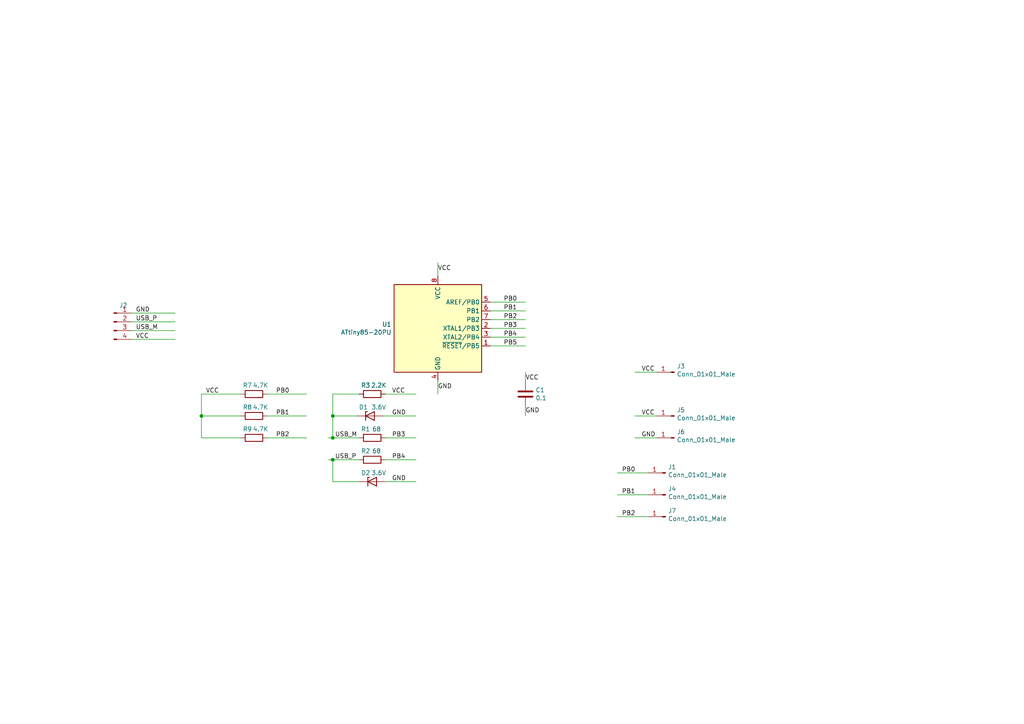
<source format=kicad_sch>
(kicad_sch (version 20211123) (generator eeschema)
  (paper "A4")
  (title_block (title "USB-to-PS2 adapter (Digispark-compatible)"))
  (lib_symbols
    (symbol "Connector:Conn_01x01_Male" (pin_names (offset 1.016) hide)
      (property "Reference" "J" (at 0 2.54 0))
      (property "Value" "Conn_01x01_Male" (at 0 -2.54 0))
      (symbol "Conn_01x01_Male_1_1"
        (polyline (pts (xy 1.27 0) (xy 0.8636 0)) (stroke (width 0.1524)))
        (rectangle (start 0.8636 0.127) (end 0 -0.127) (stroke (width 0.1524)) (fill (type outline)))
        (pin passive line (at 5.08 0 180) (length 3.81) (name "Pin_1") (number "1"))
      )
    )
    (symbol "Connector:Conn_01x04_Male" (pin_names (offset 1.016) hide)
      (property "Reference" "J" (at 0 5.08 0))
      (property "Value" "Conn_01x04_Male" (at 0 -7.62 0))
      (symbol "Conn_01x04_Male_1_1"
        (polyline (pts (xy 1.27 -5.08) (xy 0.8636 -5.08)) (stroke (width 0.1524)))
        (polyline (pts (xy 1.27 -2.54) (xy 0.8636 -2.54)) (stroke (width 0.1524)))
        (polyline (pts (xy 1.27 0) (xy 0.8636 0)) (stroke (width 0.1524)))
        (polyline (pts (xy 1.27 2.54) (xy 0.8636 2.54)) (stroke (width 0.1524)))
        (rectangle (start 0.8636 -4.953) (end 0 -5.207) (stroke (width 0.1524)) (fill (type outline)))
        (rectangle (start 0.8636 -2.413) (end 0 -2.667) (stroke (width 0.1524)) (fill (type outline)))
        (rectangle (start 0.8636 0.127) (end 0 -0.127) (stroke (width 0.1524)) (fill (type outline)))
        (rectangle (start 0.8636 2.667) (end 0 2.413) (stroke (width 0.1524)) (fill (type outline)))
        (pin passive line (at 5.08 2.54 180) (length 3.81) (name "Pin_1") (number "1"))
        (pin passive line (at 5.08 0 180) (length 3.81) (name "Pin_2") (number "2"))
        (pin passive line (at 5.08 -2.54 180) (length 3.81) (name "Pin_3") (number "3"))
        (pin passive line (at 5.08 -5.08 180) (length 3.81) (name "Pin_4") (number "4"))
      )
    )
    (symbol "Device:C" (pin_numbers hide) (pin_names (offset 0.254))
      (property "Reference" "C" (at 0.635 2.54 0))
      (property "Value" "C" (at 0.635 -2.54 0))
      (symbol "C_0_1"
        (polyline (pts (xy -2.032 -0.762) (xy 2.032 -0.762)) (stroke (width 0.508)))
        (polyline (pts (xy -2.032 0.762) (xy 2.032 0.762)) (stroke (width 0.508)))
      )
      (symbol "C_1_1"
        (pin passive line (at 0 3.81 270) (length 2.794) (name "~") (number "1"))
        (pin passive line (at 0 -3.81 90) (length 2.794) (name "~") (number "2"))
      )
    )
    (symbol "Device:D_Zener" (pin_numbers hide) (pin_names (offset 1.016) hide)
      (property "Reference" "D" (at 0 2.54 0))
      (property "Value" "D_Zener" (at 0 -2.54 0))
      (symbol "D_Zener_0_1"
        (polyline (pts (xy 1.27 0) (xy -1.27 0)))
        (polyline (pts (xy -1.27 -1.27) (xy -1.27 1.27) (xy -0.762 1.27)) (stroke (width 0.254)))
        (polyline (pts (xy 1.27 -1.27) (xy 1.27 1.27) (xy -1.27 0) (xy 1.27 -1.27)) (stroke (width 0.254)))
      )
      (symbol "D_Zener_1_1"
        (pin passive line (at -3.81 0 0) (length 2.54) (name "K") (number "1"))
        (pin passive line (at 3.81 0 180) (length 2.54) (name "A") (number "2"))
      )
    )
    (symbol "Device:R" (pin_numbers hide) (pin_names (offset 0))
      (property "Reference" "R" (at 2.032 0 90))
      (property "Value" "R" (at 0 0 90))
      (symbol "R_0_1"
        (rectangle (start -1.016 -2.54) (end 1.016 2.54) (stroke (width 0.254)))
      )
      (symbol "R_1_1"
        (pin passive line (at 0 3.81 270) (length 1.27) (name "~") (number "1"))
        (pin passive line (at 0 -3.81 90) (length 1.27) (name "~") (number "2"))
      )
    )
    (symbol "usb-ps2-rescue:ATtiny85-20PU-MCU_Microchip_ATtiny"
      (property "Reference" "U" (at -12.7 13.97 0))
      (property "Value" "ATtiny85-20PU-MCU_Microchip_ATtiny" (at 2.54 -13.97 0))
      (symbol "ATtiny85-20PU-MCU_Microchip_ATtiny_0_1"
        (rectangle (start -12.7 -12.7) (end 12.7 12.7) (stroke (width 0.254)) (fill (type background)))
      )
      (symbol "ATtiny85-20PU-MCU_Microchip_ATtiny_1_1"
        (pin bidirectional line (at 15.24 -5.08 180) (length 2.54) (name "~{RESET}/PB5") (number "1"))
        (pin bidirectional line (at 15.24 0 180) (length 2.54) (name "XTAL1/PB3") (number "2"))
        (pin bidirectional line (at 15.24 -2.54 180) (length 2.54) (name "XTAL2/PB4") (number "3"))
        (pin power_in line (at 0 -15.24 90) (length 2.54) (name "GND") (number "4"))
        (pin bidirectional line (at 15.24 7.62 180) (length 2.54) (name "AREF/PB0") (number "5"))
        (pin bidirectional line (at 15.24 5.08 180) (length 2.54) (name "PB1") (number "6"))
        (pin bidirectional line (at 15.24 2.54 180) (length 2.54) (name "PB2") (number "7"))
        (pin power_in line (at 0 15.24 270) (length 2.54) (name "VCC") (number "8"))
      )
    )
  )
  (junction (at 58.42 120.65))
  (junction (at 96.52 127))
  (junction (at 96.52 133.35))
  (junction (at 96.52 120.65))
  (wire (pts (xy 96.52 139.7) (xy 96.52 133.35)))
  (wire (pts (xy 104.14 114.3) (xy 96.52 114.3)))
  (wire (pts (xy 190.5 120.65) (xy 184.15 120.65)))
  (wire (pts (xy 104.14 139.7) (xy 96.52 139.7)))
  (wire (pts (xy 142.24 87.63) (xy 152.4 87.63)))
  (wire (pts (xy 142.24 95.25) (xy 152.4 95.25)))
  (wire (pts (xy 127 80.01) (xy 127 76.2)))
  (wire (pts (xy 111.76 114.3) (xy 120.65 114.3)))
  (wire (pts (xy 111.76 133.35) (xy 120.65 133.35)))
  (wire (pts (xy 58.42 127) (xy 58.42 120.65)))
  (wire (pts (xy 38.1 98.425) (xy 50.8 98.425)))
  (wire (pts (xy 38.1 90.805) (xy 50.8 90.805)))
  (wire (pts (xy 142.24 97.79) (xy 152.4 97.79)))
  (wire (pts (xy 38.1 93.345) (xy 50.8 93.345)))
  (wire (pts (xy 142.24 100.33) (xy 152.4 100.33)))
  (wire (pts (xy 58.42 120.65) (xy 69.85 120.65)))
  (wire (pts (xy 69.85 127) (xy 58.42 127)))
  (wire (pts (xy 179.07 143.51) (xy 187.96 143.51)))
  (wire (pts (xy 190.5 127) (xy 184.15 127)))
  (wire (pts (xy 142.24 90.17) (xy 152.4 90.17)))
  (wire (pts (xy 142.24 92.71) (xy 152.4 92.71)))
  (wire (pts (xy 77.47 127) (xy 88.9 127)))
  (wire (pts (xy 96.52 114.3) (xy 96.52 120.65)))
  (wire (pts (xy 38.1 95.885) (xy 50.8 95.885)))
  (wire (pts (xy 104.14 133.35) (xy 96.52 133.35)))
  (wire (pts (xy 179.07 149.86) (xy 187.96 149.86)))
  (wire (pts (xy 111.76 139.7) (xy 120.65 139.7)))
  (wire (pts (xy 111.125 120.65) (xy 120.65 120.65)))
  (wire (pts (xy 190.5 107.95) (xy 184.15 107.95)))
  (wire (pts (xy 127 110.49) (xy 127 114.3)))
  (wire (pts (xy 77.47 114.3) (xy 88.9 114.3)))
  (wire (pts (xy 96.52 127) (xy 95.25 127)))
  (wire (pts (xy 58.42 120.65) (xy 58.42 114.3)))
  (wire (pts (xy 103.505 120.65) (xy 96.52 120.65)))
  (wire (pts (xy 58.42 114.3) (xy 69.85 114.3)))
  (wire (pts (xy 104.14 127) (xy 96.52 127)))
  (wire (pts (xy 77.47 120.65) (xy 88.9 120.65)))
  (wire (pts (xy 111.76 127) (xy 120.65 127)))
  (wire (pts (xy 179.07 137.16) (xy 187.96 137.16)))
  (wire (pts (xy 96.52 120.65) (xy 96.52 127)))
  (wire (pts (xy 152.4 110.49) (xy 152.4 107.95)))
  (wire (pts (xy 152.4 118.11) (xy 152.4 120.65)))
  (wire (pts (xy 96.52 133.35) (xy 95.25 133.35)))
  (label "GND" (at 39.37 90.805 0))
  (label "PB4" (at 113.665 133.35 0))
  (label "GND" (at 113.665 120.65 0))
  (label "GND" (at 127 113.03 0))
  (label "VCC" (at 113.665 114.3 0))
  (label "PB3" (at 146.05 95.25 0))
  (label "PB5" (at 146.05 100.33 0))
  (label "USB_M" (at 39.37 95.885 0))
  (label "GND" (at 113.665 139.7 0))
  (label "USB_P" (at 97.155 133.35 0))
  (label "PB1" (at 146.05 90.17 0))
  (label "GND" (at 186.055 127 0))
  (label "VCC" (at 186.055 107.95 0))
  (label "PB2" (at 180.34 149.86 0))
  (label "GND" (at 152.4 120.015 0))
  (label "PB0" (at 180.34 137.16 0))
  (label "PB2" (at 146.05 92.71 0))
  (label "PB0" (at 80.01 114.3 0))
  (label "USB_P" (at 39.37 93.345 0))
  (label "VCC" (at 152.4 110.49 0))
  (label "VCC" (at 59.69 114.3 0))
  (label "VCC" (at 186.055 120.65 0))
  (label "VCC" (at 39.37 98.425 0))
  (label "PB0" (at 146.05 87.63 0))
  (label "PB1" (at 80.01 120.65 0))
  (label "VCC" (at 127 78.74 0))
  (label "PB3" (at 113.665 127 0))
  (label "PB2" (at 80.01 127 0))
  (label "USB_M" (at 97.155 127 0))
  (label "PB1" (at 180.34 143.51 0))
  (label "PB4" (at 146.05 97.79 0))
  (symbol (lib_id "usb-ps2-rescue:ATtiny85-20PU-MCU_Microchip_ATtiny") (at 127 95.25 0) (unit 1)
    (property "Reference" "U1" (at 113.5634 94.0816 0) (effects (justify right)))
    (property "Value" "ATtiny85-20PU" (at 113.5634 96.393 0) (effects (justify right)))
    (property "Footprint" "Package_DIP:DIP-8_W7.62mm" (effects hide))
    (property "Datasheet" "http://ww1.microchip.com/downloads/en/DeviceDoc/atmel-2586-avr-8-bit-microcontroller-attiny25-attiny45-attiny85_datasheet.pdf" (effects hide))
  )
  (symbol (lib_id "Device:R") (at 107.95 127 270) (unit 1)
    (property "Reference" "R1" (at 106.045 124.46 90))
    (property "Value" "68" (at 109.22 124.46 90))
    (property "Footprint" "Resistor_THT:R_Axial_DIN0204_L3.6mm_D1.6mm_P7.62mm_Horizontal" (effects hide))
  )
  (symbol (lib_id "Device:R") (at 107.95 133.35 270) (unit 1)
    (property "Reference" "R2" (at 106.045 130.81 90))
    (property "Value" "68" (at 109.22 130.81 90))
    (property "Footprint" "Resistor_THT:R_Axial_DIN0204_L3.6mm_D1.6mm_P7.62mm_Horizontal" (effects hide))
  )
  (symbol (lib_id "Device:D_Zener") (at 107.315 120.65 0) (unit 1)
    (property "Reference" "D1" (at 105.41 118.11 0))
    (property "Value" "3.6V" (at 109.855 118.11 0))
    (property "Footprint" "Diode_THT:D_DO-34_SOD68_P7.62mm_Horizontal" (effects hide))
  )
  (symbol (lib_id "Device:D_Zener") (at 107.95 139.7 0) (unit 1)
    (property "Reference" "D2" (at 106.045 137.16 0))
    (property "Value" "3.6V" (at 109.855 137.16 0))
    (property "Footprint" "Diode_THT:D_DO-34_SOD68_P7.62mm_Horizontal" (effects hide))
  )
  (symbol (lib_id "Device:R") (at 107.95 114.3 270) (unit 1)
    (property "Reference" "R3" (at 106.045 111.76 90))
    (property "Value" "2.2K" (at 109.855 111.76 90))
    (property "Footprint" "Resistor_SMD:R_0805_2012Metric_Pad1.20x1.40mm_HandSolder" (effects hide))
  )
  (symbol (lib_id "Connector:Conn_01x04_Male") (at 33.02 93.345 0) (unit 1)
    (property "Reference" "J2" (at 35.7632 88.5444 0))
    (property "Value" "Conn_01x04_Male" (effects hide))
    (property "Footprint" "Connector_PinHeader_2.54mm:PinHeader_1x04_P2.54mm_Vertical" (effects hide))
  )
  (symbol (lib_id "Connector:Conn_01x01_Male") (at 195.58 107.95 180) (unit 1)
    (property "Reference" "J3" (at 196.2912 106.2228 0) (effects (justify right)))
    (property "Value" "Conn_01x01_Male" (at 196.2912 108.5342 0) (effects (justify right)))
    (property "Footprint" "Connector_PinHeader_2.54mm:PinHeader_1x01_P2.54mm_Vertical" (effects hide))
  )
  (symbol (lib_id "Connector:Conn_01x01_Male") (at 195.58 120.65 180) (unit 1)
    (property "Reference" "J5" (at 196.2912 118.9228 0) (effects (justify right)))
    (property "Value" "Conn_01x01_Male" (at 196.2912 121.2342 0) (effects (justify right)))
    (property "Footprint" "Connector_PinHeader_2.54mm:PinHeader_1x01_P2.54mm_Vertical" (effects hide))
  )
  (symbol (lib_id "Connector:Conn_01x01_Male") (at 195.58 127 180) (unit 1)
    (property "Reference" "J6" (at 196.2912 125.2728 0) (effects (justify right)))
    (property "Value" "Conn_01x01_Male" (at 196.2912 127.5842 0) (effects (justify right)))
    (property "Footprint" "Connector_PinHeader_2.54mm:PinHeader_1x01_P2.54mm_Vertical" (effects hide))
  )
  (symbol (lib_id "Device:C") (at 152.4 114.3 0) (unit 1)
    (property "Reference" "C1" (at 155.321 113.1316 0) (effects (justify left)))
    (property "Value" "0.1" (at 155.321 115.443 0) (effects (justify left)))
    (property "Footprint" "Capacitor_SMD:C_0805_2012Metric_Pad1.18x1.45mm_HandSolder" (effects hide))
  )
  (symbol (lib_id "Connector:Conn_01x01_Male") (at 193.04 143.51 180) (unit 1)
    (property "Reference" "J4" (at 193.7512 141.7828 0) (effects (justify right)))
    (property "Value" "Conn_01x01_Male" (at 193.7512 144.0942 0) (effects (justify right)))
    (property "Footprint" "Connector_PinHeader_2.54mm:PinHeader_1x01_P2.54mm_Vertical" (effects hide))
  )
  (symbol (lib_id "Connector:Conn_01x01_Male") (at 193.04 137.16 180) (unit 1)
    (property "Reference" "J1" (at 193.7512 135.4328 0) (effects (justify right)))
    (property "Value" "Conn_01x01_Male" (at 193.7512 137.7442 0) (effects (justify right)))
    (property "Footprint" "Connector_PinHeader_2.54mm:PinHeader_1x01_P2.54mm_Vertical" (effects hide))
  )
  (symbol (lib_id "Device:R") (at 73.66 114.3 270) (unit 1)
    (property "Reference" "R7" (at 71.755 111.76 90))
    (property "Value" "4.7K" (at 75.565 111.76 90))
    (property "Footprint" "Resistor_SMD:R_0805_2012Metric_Pad1.20x1.40mm_HandSolder" (effects hide))
  )
  (symbol (lib_id "Device:R") (at 73.66 127 270) (unit 1)
    (property "Reference" "R9" (at 71.755 124.46 90))
    (property "Value" "4.7K" (at 75.565 124.46 90))
    (property "Footprint" "Resistor_SMD:R_0805_2012Metric_Pad1.20x1.40mm_HandSolder" (effects hide))
  )
  (symbol (lib_id "Connector:Conn_01x01_Male") (at 193.04 149.86 180) (unit 1)
    (property "Reference" "J7" (at 193.7512 148.1328 0) (effects (justify right)))
    (property "Value" "Conn_01x01_Male" (at 193.7512 150.4442 0) (effects (justify right)))
    (property "Footprint" "Connector_PinHeader_2.54mm:PinHeader_1x01_P2.54mm_Vertical" (effects hide))
  )
  (symbol (lib_id "Device:R") (at 73.66 120.65 270) (unit 1)
    (property "Reference" "R8" (at 71.755 118.11 90))
    (property "Value" "4.7K" (at 75.565 118.11 90))
    (property "Footprint" "Resistor_SMD:R_0805_2012Metric_Pad1.20x1.40mm_HandSolder" (effects hide))
  )
)
</source>
